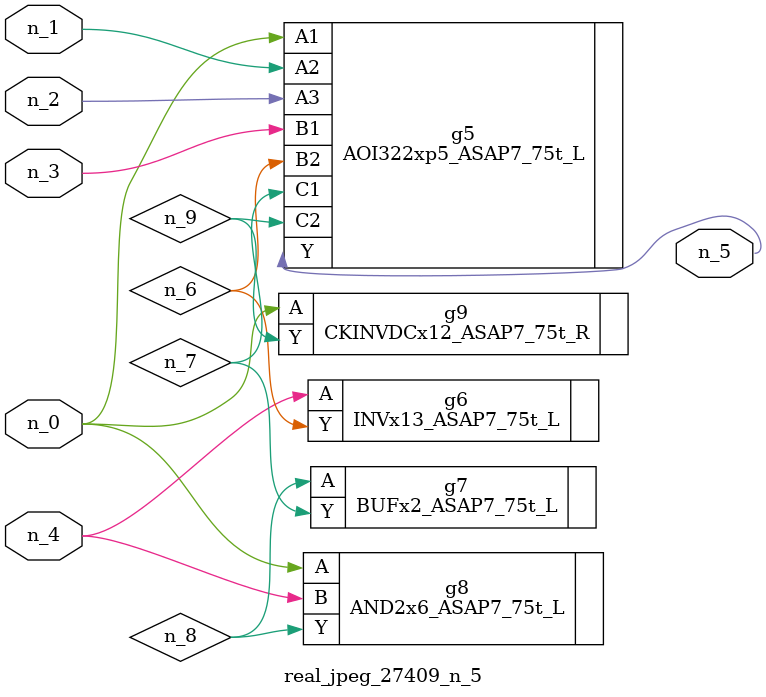
<source format=v>
module real_jpeg_27409_n_5 (n_4, n_0, n_1, n_2, n_3, n_5);

input n_4;
input n_0;
input n_1;
input n_2;
input n_3;

output n_5;

wire n_8;
wire n_6;
wire n_7;
wire n_9;

AOI322xp5_ASAP7_75t_L g5 ( 
.A1(n_0),
.A2(n_1),
.A3(n_2),
.B1(n_3),
.B2(n_6),
.C1(n_7),
.C2(n_9),
.Y(n_5)
);

AND2x6_ASAP7_75t_L g8 ( 
.A(n_0),
.B(n_4),
.Y(n_8)
);

CKINVDCx12_ASAP7_75t_R g9 ( 
.A(n_0),
.Y(n_9)
);

INVx13_ASAP7_75t_L g6 ( 
.A(n_4),
.Y(n_6)
);

BUFx2_ASAP7_75t_L g7 ( 
.A(n_8),
.Y(n_7)
);


endmodule
</source>
